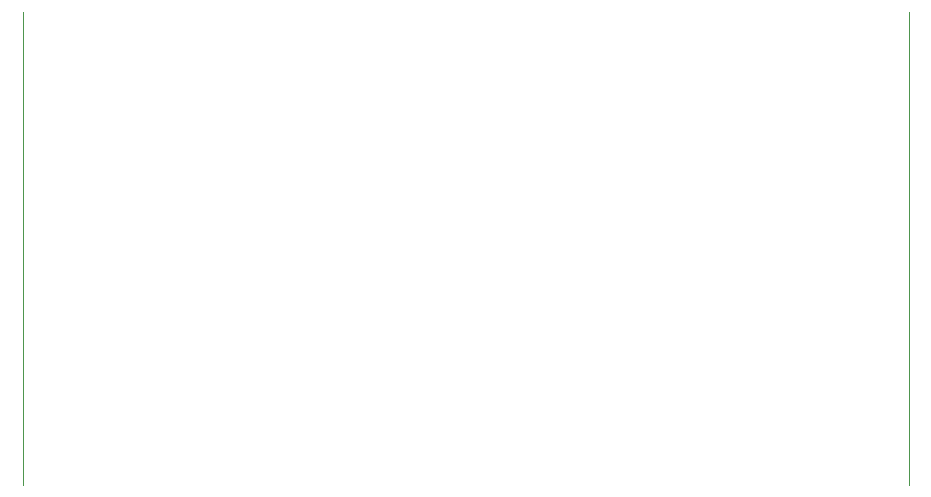
<source format=gbr>
%TF.GenerationSoftware,KiCad,Pcbnew,9.0.1-1.fc42*%
%TF.CreationDate,2025-04-25T16:42:35-04:00*%
%TF.ProjectId,IGBT_DRVR_CM400HA-24H,49474254-5f44-4525-9652-5f434d343030,rev?*%
%TF.SameCoordinates,Original*%
%TF.FileFunction,Other,User*%
%FSLAX46Y46*%
G04 Gerber Fmt 4.6, Leading zero omitted, Abs format (unit mm)*
G04 Created by KiCad (PCBNEW 9.0.1-1.fc42) date 2025-04-25 16:42:35*
%MOMM*%
%LPD*%
G01*
G04 APERTURE LIST*
%ADD10C,0.100000*%
G04 APERTURE END LIST*
D10*
X100000000Y-72500000D02*
X100000000Y-112500000D01*
X175000000Y-72500000D02*
X175000000Y-112500000D01*
M02*

</source>
